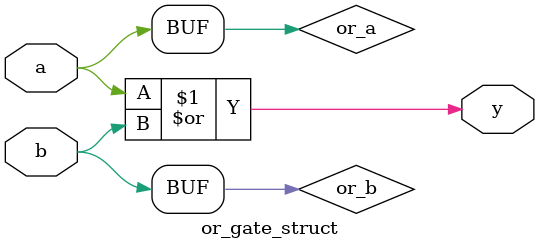
<source format=v>
module or_gate_struct(a, b, y);
  input a, b;
  output y;
  wire or_a, or_b;

  or U1 (or_a, a); 
  or U2 (or_b, b);
  or U3 (y, or_a, or_b);
  
endmodule
</source>
